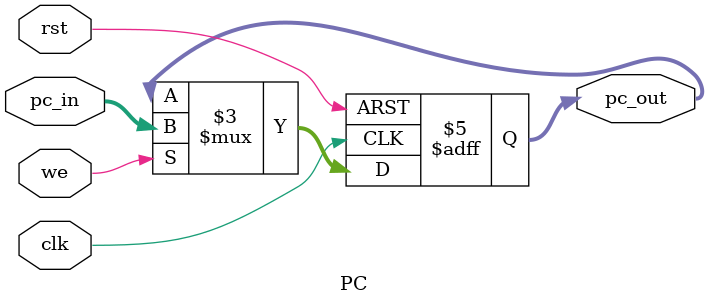
<source format=v>
module PC(
	input clk,
	input rst,
	input we,
	input [31:0] pc_in,
	output reg[31:0] pc_out
);
always@(posedge clk or posedge rst)
begin
if(rst)
	pc_out<=0;
else
	if(we)
		pc_out<=pc_in;
	else
		pc_out<=pc_out;
end

endmodule
</source>
